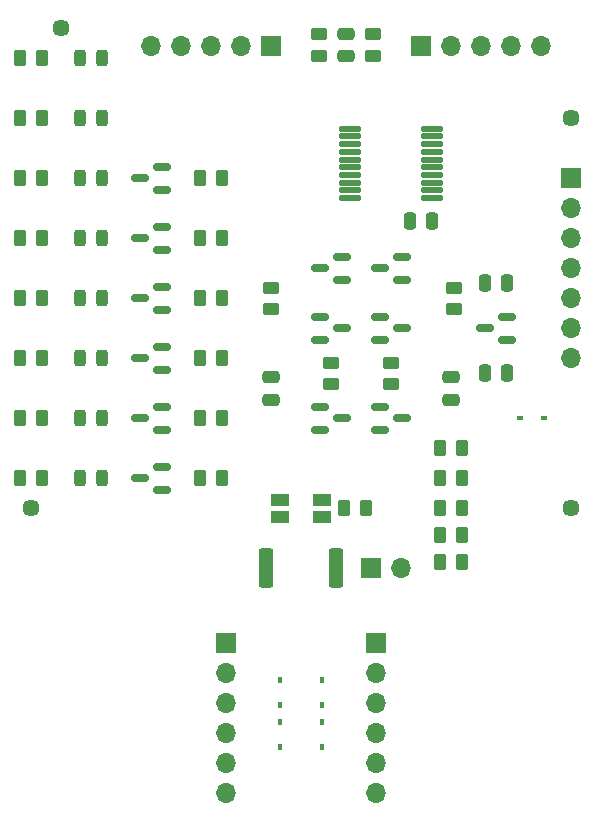
<source format=gts>
G04 #@! TF.GenerationSoftware,KiCad,Pcbnew,(6.0.1-0)*
G04 #@! TF.CreationDate,2023-09-18T16:52:30-04:00*
G04 #@! TF.ProjectId,Breadboard-1,42726561-6462-46f6-9172-642d312e6b69,rev?*
G04 #@! TF.SameCoordinates,Original*
G04 #@! TF.FileFunction,Soldermask,Top*
G04 #@! TF.FilePolarity,Negative*
%FSLAX46Y46*%
G04 Gerber Fmt 4.6, Leading zero omitted, Abs format (unit mm)*
G04 Created by KiCad (PCBNEW (6.0.1-0)) date 2023-09-18 16:52:30*
%MOMM*%
%LPD*%
G01*
G04 APERTURE LIST*
G04 Aperture macros list*
%AMRoundRect*
0 Rectangle with rounded corners*
0 $1 Rounding radius*
0 $2 $3 $4 $5 $6 $7 $8 $9 X,Y pos of 4 corners*
0 Add a 4 corners polygon primitive as box body*
4,1,4,$2,$3,$4,$5,$6,$7,$8,$9,$2,$3,0*
0 Add four circle primitives for the rounded corners*
1,1,$1+$1,$2,$3*
1,1,$1+$1,$4,$5*
1,1,$1+$1,$6,$7*
1,1,$1+$1,$8,$9*
0 Add four rect primitives between the rounded corners*
20,1,$1+$1,$2,$3,$4,$5,0*
20,1,$1+$1,$4,$5,$6,$7,0*
20,1,$1+$1,$6,$7,$8,$9,0*
20,1,$1+$1,$8,$9,$2,$3,0*%
G04 Aperture macros list end*
%ADD10R,0.450000X0.600000*%
%ADD11RoundRect,0.250000X0.262500X0.450000X-0.262500X0.450000X-0.262500X-0.450000X0.262500X-0.450000X0*%
%ADD12RoundRect,0.150000X-0.587500X-0.150000X0.587500X-0.150000X0.587500X0.150000X-0.587500X0.150000X0*%
%ADD13R,1.700000X1.700000*%
%ADD14O,1.700000X1.700000*%
%ADD15RoundRect,0.250000X-0.250000X-0.475000X0.250000X-0.475000X0.250000X0.475000X-0.250000X0.475000X0*%
%ADD16RoundRect,0.150000X0.587500X0.150000X-0.587500X0.150000X-0.587500X-0.150000X0.587500X-0.150000X0*%
%ADD17RoundRect,0.250000X-0.450000X0.262500X-0.450000X-0.262500X0.450000X-0.262500X0.450000X0.262500X0*%
%ADD18RoundRect,0.250000X-0.262500X-0.450000X0.262500X-0.450000X0.262500X0.450000X-0.262500X0.450000X0*%
%ADD19C,1.448000*%
%ADD20RoundRect,0.243750X0.243750X0.456250X-0.243750X0.456250X-0.243750X-0.456250X0.243750X-0.456250X0*%
%ADD21RoundRect,0.250000X-0.362500X-1.425000X0.362500X-1.425000X0.362500X1.425000X-0.362500X1.425000X0*%
%ADD22R,0.600000X0.450000*%
%ADD23R,1.500000X1.000000*%
%ADD24RoundRect,0.250000X-0.475000X0.250000X-0.475000X-0.250000X0.475000X-0.250000X0.475000X0.250000X0*%
%ADD25RoundRect,0.125000X0.825000X0.125000X-0.825000X0.125000X-0.825000X-0.125000X0.825000X-0.125000X0*%
%ADD26RoundRect,0.250000X0.475000X-0.250000X0.475000X0.250000X-0.475000X0.250000X-0.475000X-0.250000X0*%
%ADD27RoundRect,0.250000X0.450000X-0.262500X0.450000X0.262500X-0.450000X0.262500X-0.450000X-0.262500X0*%
G04 APERTURE END LIST*
D10*
X77978000Y-110651000D03*
X77978000Y-108551000D03*
D11*
X69492500Y-66040000D03*
X67667500Y-66040000D03*
D12*
X77802500Y-77790000D03*
X77802500Y-79690000D03*
X79677500Y-78740000D03*
D13*
X99060000Y-66035000D03*
D14*
X99060000Y-68575000D03*
X99060000Y-71115000D03*
X99060000Y-73655000D03*
X99060000Y-76195000D03*
X99060000Y-78735000D03*
X99060000Y-81275000D03*
D15*
X85410000Y-69646800D03*
X87310000Y-69646800D03*
D16*
X64437500Y-82230000D03*
X64437500Y-80330000D03*
X62562500Y-81280000D03*
D12*
X82882500Y-77790000D03*
X82882500Y-79690000D03*
X84757500Y-78740000D03*
D17*
X82296000Y-53848000D03*
X82296000Y-55673000D03*
D18*
X52427500Y-71120000D03*
X54252500Y-71120000D03*
D17*
X78740000Y-81637500D03*
X78740000Y-83462500D03*
D18*
X87987500Y-91440000D03*
X89812500Y-91440000D03*
X52427500Y-55880000D03*
X54252500Y-55880000D03*
D13*
X82164000Y-99060000D03*
D14*
X84704000Y-99060000D03*
D19*
X99060000Y-93980000D03*
D11*
X69492500Y-81280000D03*
X67667500Y-81280000D03*
D20*
X59357500Y-66040000D03*
X57482500Y-66040000D03*
D15*
X91760000Y-74930000D03*
X93660000Y-74930000D03*
D21*
X73237500Y-99060000D03*
X79162500Y-99060000D03*
D22*
X94708000Y-86360000D03*
X96808000Y-86360000D03*
D16*
X64437500Y-66990000D03*
X64437500Y-65090000D03*
X62562500Y-66040000D03*
X93647500Y-79690000D03*
X93647500Y-77790000D03*
X91772500Y-78740000D03*
D11*
X89812500Y-96266000D03*
X87987500Y-96266000D03*
X69492500Y-71120000D03*
X67667500Y-71120000D03*
X69492500Y-86360000D03*
X67667500Y-86360000D03*
D10*
X74422000Y-110617000D03*
X74422000Y-108517000D03*
D18*
X52427500Y-91440000D03*
X54252500Y-91440000D03*
D23*
X74450000Y-93280000D03*
X74450000Y-94680000D03*
X77950000Y-94680000D03*
X77950000Y-93280000D03*
D24*
X80010000Y-53810500D03*
X80010000Y-55710500D03*
D18*
X52427500Y-76200000D03*
X54252500Y-76200000D03*
D10*
X74422000Y-114173000D03*
X74422000Y-112073000D03*
D20*
X59357500Y-91440000D03*
X57482500Y-91440000D03*
D12*
X82882500Y-85410000D03*
X82882500Y-87310000D03*
X84757500Y-86360000D03*
D18*
X52427500Y-86360000D03*
X54252500Y-86360000D03*
D25*
X87320000Y-67695000D03*
X87320000Y-67045000D03*
X87320000Y-66395000D03*
X87320000Y-65745000D03*
X87320000Y-65095000D03*
X87320000Y-64445000D03*
X87320000Y-63795000D03*
X87320000Y-63145000D03*
X87320000Y-62495000D03*
X87320000Y-61845000D03*
X80320000Y-61845000D03*
X80320000Y-62495000D03*
X80320000Y-63145000D03*
X80320000Y-63795000D03*
X80320000Y-64445000D03*
X80320000Y-65095000D03*
X80320000Y-65745000D03*
X80320000Y-66395000D03*
X80320000Y-67045000D03*
X80320000Y-67695000D03*
D20*
X59357500Y-81280000D03*
X57482500Y-81280000D03*
D16*
X64437500Y-77150000D03*
X64437500Y-75250000D03*
X62562500Y-76200000D03*
D11*
X69492500Y-76200000D03*
X67667500Y-76200000D03*
D18*
X52427500Y-81280000D03*
X54252500Y-81280000D03*
D19*
X55880000Y-53340000D03*
D16*
X79677500Y-74610000D03*
X79677500Y-72710000D03*
X77802500Y-73660000D03*
D17*
X77724000Y-53848000D03*
X77724000Y-55673000D03*
D20*
X59357500Y-71120000D03*
X57482500Y-71120000D03*
D15*
X91760000Y-82550000D03*
X93660000Y-82550000D03*
D20*
X59357500Y-86360000D03*
X57482500Y-86360000D03*
D18*
X79859500Y-93980000D03*
X81684500Y-93980000D03*
D16*
X64437500Y-92390000D03*
X64437500Y-90490000D03*
X62562500Y-91440000D03*
D26*
X88900000Y-84770000D03*
X88900000Y-82870000D03*
D20*
X59357500Y-55880000D03*
X57482500Y-55880000D03*
D18*
X52427500Y-66040000D03*
X54252500Y-66040000D03*
D17*
X89154000Y-75287500D03*
X89154000Y-77112500D03*
D11*
X89812500Y-88900000D03*
X87987500Y-88900000D03*
D18*
X87987500Y-98552000D03*
X89812500Y-98552000D03*
D26*
X73660000Y-84770000D03*
X73660000Y-82870000D03*
D16*
X64437500Y-87310000D03*
X64437500Y-85410000D03*
X62562500Y-86360000D03*
D10*
X77978000Y-114173000D03*
X77978000Y-112073000D03*
D27*
X83820000Y-83462500D03*
X83820000Y-81637500D03*
D20*
X59357500Y-60960000D03*
X57482500Y-60960000D03*
D12*
X77802500Y-85410000D03*
X77802500Y-87310000D03*
X79677500Y-86360000D03*
D18*
X52427500Y-60960000D03*
X54252500Y-60960000D03*
D11*
X89812500Y-93980000D03*
X87987500Y-93980000D03*
D19*
X99060000Y-60960000D03*
D11*
X69492500Y-91440000D03*
X67667500Y-91440000D03*
D17*
X73660000Y-75287500D03*
X73660000Y-77112500D03*
D16*
X64437500Y-72070000D03*
X64437500Y-70170000D03*
X62562500Y-71120000D03*
D20*
X59357500Y-76200000D03*
X57482500Y-76200000D03*
D19*
X53340000Y-93980000D03*
D16*
X84757500Y-74610000D03*
X84757500Y-72710000D03*
X82882500Y-73660000D03*
D13*
X73660000Y-54864000D03*
D14*
X71120000Y-54864000D03*
X68580000Y-54864000D03*
X66040000Y-54864000D03*
X63500000Y-54864000D03*
D13*
X86360000Y-54864000D03*
D14*
X88900000Y-54864000D03*
X91440000Y-54864000D03*
X93980000Y-54864000D03*
X96520000Y-54864000D03*
D13*
X69850000Y-105410000D03*
D14*
X69850000Y-107950000D03*
X69850000Y-110490000D03*
X69850000Y-113030000D03*
X69850000Y-115570000D03*
X69850000Y-118110000D03*
D13*
X82550000Y-105410000D03*
D14*
X82550000Y-107950000D03*
X82550000Y-110490000D03*
X82550000Y-113030000D03*
X82550000Y-115570000D03*
X82550000Y-118110000D03*
M02*

</source>
